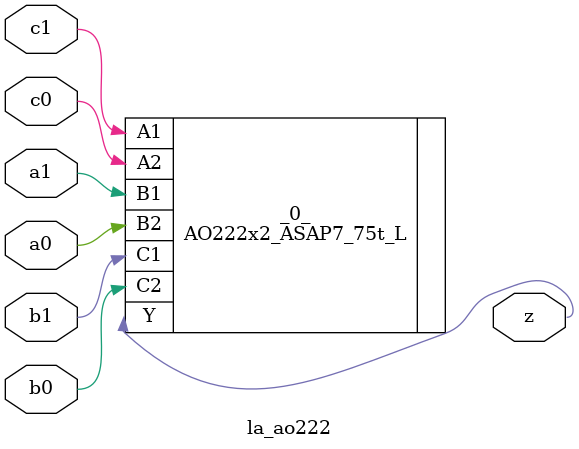
<source format=v>

/* Generated by Yosys 0.44 (git sha1 80ba43d26, g++ 11.4.0-1ubuntu1~22.04 -fPIC -O3) */

(* top =  1  *)
(* src = "inputs/la_ao222.v:10.1-24.10" *)
module la_ao222 (
    a0,
    a1,
    b0,
    b1,
    c0,
    c1,
    z
);
  (* src = "inputs/la_ao222.v:13.12-13.14" *)
  input a0;
  wire a0;
  (* src = "inputs/la_ao222.v:14.12-14.14" *)
  input a1;
  wire a1;
  (* src = "inputs/la_ao222.v:15.12-15.14" *)
  input b0;
  wire b0;
  (* src = "inputs/la_ao222.v:16.12-16.14" *)
  input b1;
  wire b1;
  (* src = "inputs/la_ao222.v:17.12-17.14" *)
  input c0;
  wire c0;
  (* src = "inputs/la_ao222.v:18.12-18.14" *)
  input c1;
  wire c1;
  (* src = "inputs/la_ao222.v:19.12-19.13" *)
  output z;
  wire z;
  AO222x2_ASAP7_75t_L _0_ (
      .A1(c1),
      .A2(c0),
      .B1(a1),
      .B2(a0),
      .C1(b1),
      .C2(b0),
      .Y (z)
  );
endmodule

</source>
